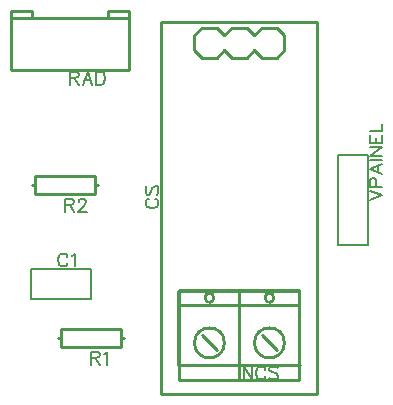
<source format=gto>
G04 Layer: TopSilkLayer*
G04 EasyEDA v6.1.49, Fri, 31 May 2019 20:59:05 GMT*
G04 40a2506dbd6d4ce6bee7739c3bacdc10,9b1a5d735843498e81bf2f4db3a13241,10*
G04 Gerber Generator version 0.2*
G04 Scale: 100 percent, Rotated: No, Reflected: No *
G04 Dimensions in millimeters *
G04 leading zeros omitted , absolute positions ,3 integer and 3 decimal *
%FSLAX33Y33*%
%MOMM*%
G90*
G71D02*

%ADD10C,0.254000*%
%ADD23C,0.200660*%
%ADD24C,0.203200*%
%ADD25C,0.202999*%
%ADD26C,0.152400*%

%LPD*%
G54D10*
G01X11938Y5461D02*
G01X6858Y5461D01*
G01X6858Y5461D02*
G01X6858Y6223D01*
G01X6858Y6223D02*
G01X6858Y6985D01*
G01X6858Y6985D02*
G01X11938Y6985D01*
G01X11938Y6985D02*
G01X11938Y6223D01*
G01X11938Y6223D02*
G01X11938Y5461D01*
G01X6858Y6223D02*
G01X6604Y6223D01*
G01X11938Y6223D02*
G01X12192Y6223D01*
G01X9779Y18415D02*
G01X4699Y18415D01*
G01X4699Y18415D02*
G01X4699Y19177D01*
G01X4699Y19177D02*
G01X4699Y19939D01*
G01X4699Y19939D02*
G01X9779Y19939D01*
G01X9779Y19939D02*
G01X9779Y19177D01*
G01X9779Y19177D02*
G01X9779Y18415D01*
G01X4699Y19177D02*
G01X4445Y19177D01*
G01X9779Y19177D02*
G01X10033Y19177D01*
G54D23*
G01X9395Y12062D02*
G01X4315Y12062D01*
G01X4315Y9522D01*
G01X9395Y9522D01*
G01X9395Y12062D01*
G54D24*
G01X32893Y19812D02*
G01X32893Y21717D01*
G01X30353Y21717D01*
G01X30353Y14097D01*
G01X32893Y14097D01*
G54D25*
G01X32893Y14097D02*
G01X32893Y19812D01*
G54D10*
G01X15367Y1524D02*
G01X15367Y33020D01*
G01X28575Y33020D01*
G01X28575Y1524D01*
G01X15367Y1524D01*
G01X18796Y29972D02*
G01X18161Y30607D01*
G01X18161Y31877D01*
G01X18796Y32512D01*
G01X20066Y32512D01*
G01X20701Y31877D01*
G01X21336Y32512D01*
G01X22606Y32512D01*
G01X23241Y31877D01*
G01X23876Y32512D01*
G01X25146Y32512D01*
G01X25781Y31877D01*
G01X25781Y30607D01*
G01X25146Y29972D01*
G01X23876Y29972D01*
G01X23241Y30607D01*
G01X22606Y29972D01*
G01X21336Y29972D01*
G01X20701Y30607D01*
G01X20066Y29972D01*
G01X18796Y29972D01*
G01X16891Y2667D02*
G01X16891Y9017D01*
G01X16891Y10287D01*
G01X21971Y10287D01*
G01X27051Y10287D01*
G01X27051Y9017D01*
G01X27051Y2667D01*
G01X21971Y2667D01*
G01X16891Y2667D01*
G01X21971Y10287D02*
G01X21971Y2667D01*
G01X16891Y9017D02*
G01X27051Y9017D01*
G01X18796Y6477D02*
G01X20066Y5207D01*
G01X23876Y6477D02*
G01X25146Y5207D01*
G01X12623Y30124D02*
G01X12623Y32105D01*
G01X2616Y29616D02*
G01X2616Y32613D01*
G01X2616Y33324D02*
G01X4419Y33324D01*
G01X4419Y33909D01*
G01X2616Y33909D01*
G01X2616Y33324D01*
G01X2616Y28905D01*
G01X12623Y28905D01*
G01X12623Y33324D01*
G01X10820Y33324D01*
G01X10820Y33909D01*
G01X12623Y33909D01*
G01X12623Y33324D01*
G01X10820Y33324D02*
G01X4419Y33324D01*
G01X16761Y3949D02*
G01X27061Y3949D01*
G01X16761Y10251D02*
G01X27051Y10251D01*
G01X27044Y3934D02*
G01X27044Y10195D01*
G01X27048Y10185D01*
G01X16761Y4050D02*
G01X16761Y10249D01*
G54D26*
G01X9398Y5082D02*
G01X9398Y3992D01*
G01X9398Y5082D02*
G01X9865Y5082D01*
G01X10020Y5031D01*
G01X10073Y4980D01*
G01X10124Y4876D01*
G01X10124Y4772D01*
G01X10073Y4668D01*
G01X10020Y4615D01*
G01X9865Y4564D01*
G01X9398Y4564D01*
G01X9761Y4564D02*
G01X10124Y3992D01*
G01X10467Y4876D02*
G01X10571Y4927D01*
G01X10728Y5082D01*
G01X10728Y3992D01*
G01X7239Y18036D02*
G01X7239Y16946D01*
G01X7239Y18036D02*
G01X7706Y18036D01*
G01X7861Y17985D01*
G01X7914Y17934D01*
G01X7965Y17830D01*
G01X7965Y17726D01*
G01X7914Y17622D01*
G01X7861Y17569D01*
G01X7706Y17518D01*
G01X7239Y17518D01*
G01X7602Y17518D02*
G01X7965Y16946D01*
G01X8361Y17777D02*
G01X8361Y17830D01*
G01X8412Y17934D01*
G01X8465Y17985D01*
G01X8569Y18036D01*
G01X8775Y18036D01*
G01X8879Y17985D01*
G01X8933Y17934D01*
G01X8983Y17830D01*
G01X8983Y17726D01*
G01X8933Y17622D01*
G01X8829Y17465D01*
G01X8308Y16946D01*
G01X9037Y16946D01*
G01X7409Y13147D02*
G01X7355Y13251D01*
G01X7251Y13355D01*
G01X7150Y13406D01*
G01X6941Y13406D01*
G01X6837Y13355D01*
G01X6733Y13251D01*
G01X6680Y13147D01*
G01X6629Y12992D01*
G01X6629Y12733D01*
G01X6680Y12575D01*
G01X6733Y12471D01*
G01X6837Y12367D01*
G01X6941Y12316D01*
G01X7150Y12316D01*
G01X7251Y12367D01*
G01X7355Y12471D01*
G01X7409Y12575D01*
G01X7752Y13200D02*
G01X7856Y13251D01*
G01X8011Y13406D01*
G01X8011Y12316D01*
G01X32992Y17907D02*
G01X34081Y18323D01*
G01X32992Y18737D02*
G01X34081Y18323D01*
G01X32992Y19080D02*
G01X34081Y19080D01*
G01X32992Y19080D02*
G01X32992Y19547D01*
G01X33042Y19705D01*
G01X33093Y19756D01*
G01X33197Y19809D01*
G01X33355Y19809D01*
G01X33459Y19756D01*
G01X33510Y19705D01*
G01X33563Y19547D01*
G01X33563Y19080D01*
G01X32992Y20566D02*
G01X34081Y20152D01*
G01X32992Y20566D02*
G01X34081Y20982D01*
G01X33718Y20307D02*
G01X33718Y20828D01*
G01X32992Y21325D02*
G01X34081Y21325D01*
G01X32992Y21668D02*
G01X34081Y21668D01*
G01X32992Y21668D02*
G01X34081Y22395D01*
G01X32992Y22395D02*
G01X34081Y22395D01*
G01X32992Y22738D02*
G01X34081Y22738D01*
G01X32992Y22738D02*
G01X32992Y23413D01*
G01X33510Y22738D02*
G01X33510Y23154D01*
G01X34081Y22738D02*
G01X34081Y23413D01*
G01X32992Y23756D02*
G01X34081Y23756D01*
G01X34081Y23756D02*
G01X34081Y24381D01*
G01X14282Y18051D02*
G01X14178Y17998D01*
G01X14074Y17894D01*
G01X14023Y17792D01*
G01X14023Y17584D01*
G01X14074Y17480D01*
G01X14178Y17376D01*
G01X14282Y17322D01*
G01X14437Y17272D01*
G01X14696Y17272D01*
G01X14853Y17322D01*
G01X14958Y17376D01*
G01X15062Y17480D01*
G01X15113Y17584D01*
G01X15113Y17792D01*
G01X15062Y17894D01*
G01X14958Y17998D01*
G01X14853Y18051D01*
G01X14178Y19121D02*
G01X14074Y19016D01*
G01X14023Y18862D01*
G01X14023Y18653D01*
G01X14074Y18498D01*
G01X14178Y18394D01*
G01X14282Y18394D01*
G01X14386Y18445D01*
G01X14437Y18498D01*
G01X14490Y18602D01*
G01X14594Y18912D01*
G01X14645Y19016D01*
G01X14696Y19070D01*
G01X14800Y19121D01*
G01X14958Y19121D01*
G01X15062Y19016D01*
G01X15113Y18862D01*
G01X15113Y18653D01*
G01X15062Y18498D01*
G01X14958Y18394D01*
G01X7620Y28806D02*
G01X7620Y27716D01*
G01X7620Y28806D02*
G01X8087Y28806D01*
G01X8242Y28755D01*
G01X8295Y28704D01*
G01X8346Y28600D01*
G01X8346Y28496D01*
G01X8295Y28392D01*
G01X8242Y28338D01*
G01X8087Y28287D01*
G01X7620Y28287D01*
G01X7983Y28287D02*
G01X8346Y27716D01*
G01X9105Y28806D02*
G01X8689Y27716D01*
G01X9105Y28806D02*
G01X9522Y27716D01*
G01X8846Y28079D02*
G01X9364Y28079D01*
G01X9865Y28806D02*
G01X9865Y27716D01*
G01X9865Y28806D02*
G01X10228Y28806D01*
G01X10383Y28755D01*
G01X10487Y28651D01*
G01X10541Y28547D01*
G01X10591Y28392D01*
G01X10591Y28133D01*
G01X10541Y27975D01*
G01X10487Y27871D01*
G01X10383Y27767D01*
G01X10228Y27716D01*
G01X9865Y27716D01*
G01X21971Y3837D02*
G01X21971Y2744D01*
G01X22313Y3837D02*
G01X22313Y2744D01*
G01X22313Y3837D02*
G01X23040Y2744D01*
G01X23040Y3837D02*
G01X23040Y2744D01*
G01X24163Y3575D02*
G01X24112Y3679D01*
G01X24008Y3783D01*
G01X23903Y3837D01*
G01X23695Y3837D01*
G01X23591Y3783D01*
G01X23487Y3679D01*
G01X23436Y3575D01*
G01X23383Y3420D01*
G01X23383Y3161D01*
G01X23436Y3003D01*
G01X23487Y2899D01*
G01X23591Y2798D01*
G01X23695Y2744D01*
G01X23903Y2744D01*
G01X24008Y2798D01*
G01X24112Y2899D01*
G01X24163Y3003D01*
G01X25234Y3679D02*
G01X25130Y3783D01*
G01X24973Y3837D01*
G01X24765Y3837D01*
G01X24610Y3783D01*
G01X24505Y3679D01*
G01X24505Y3575D01*
G01X24559Y3471D01*
G01X24610Y3420D01*
G01X24714Y3369D01*
G01X25026Y3265D01*
G01X25130Y3212D01*
G01X25181Y3161D01*
G01X25234Y3057D01*
G01X25234Y2899D01*
G01X25130Y2798D01*
G01X24973Y2744D01*
G01X24765Y2744D01*
G01X24610Y2798D01*
G01X24505Y2899D01*
G54D10*
G75*
G01X20701Y5842D02*
G03X20701Y5842I-1270J0D01*
G01*
G75*
G01X25781Y5842D02*
G03X25781Y5842I-1270J0D01*
G01*
G75*
G01X19812Y9652D02*
G03X19812Y9652I-381J0D01*
G01*
G75*
G01X24892Y9652D02*
G03X24892Y9652I-381J0D01*
G01*
M00*
M02*

</source>
